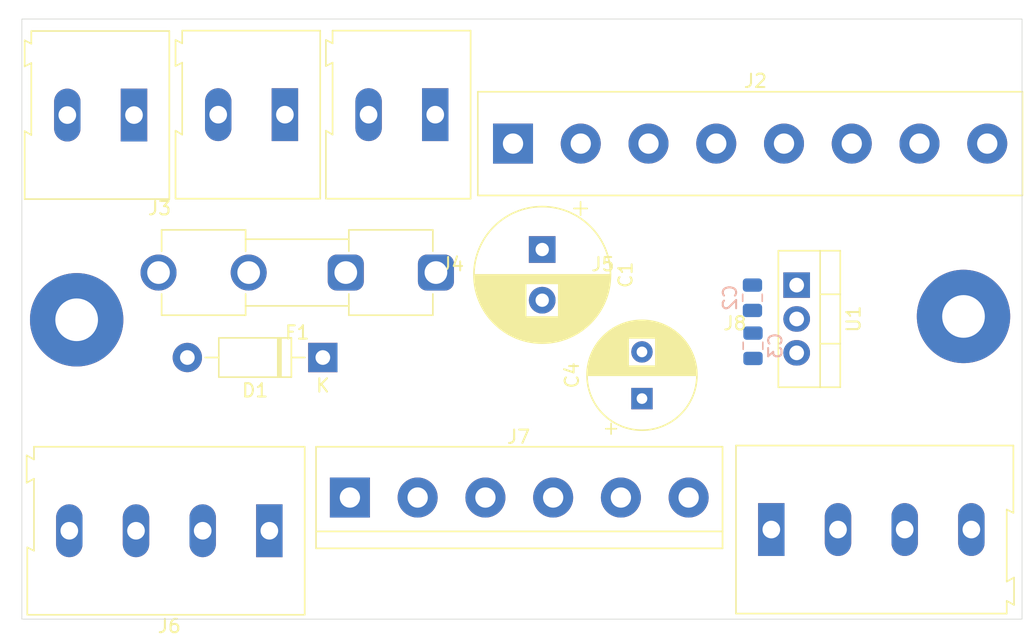
<source format=kicad_pcb>
(kicad_pcb (version 20240108) (generator "pcbnew") (generator_version "8.0")
  (layers (0 "F.Cu" signal) (31 "B.Cu" signal) (34 "B.Paste" user) (35 "F.Paste" user) (36 "B.SilkS" user "B.Silkscreen") (37 "F.SilkS" user "F.Silkscreen") (38 "B.Mask" user) (39 "F.Mask" user) (44 "Edge.Cuts" user))
  (net 0 "")
  (net 1 "GND")
  (net 2 "VDD")
  (net 3 "+12V")
  (net 4 "Net-(D1-A)")
  (net 5 "Net-(J3-Pin_1)")
  (net 6 "OPTICAL_PROBE_RX_B")
  (net 7 "UNUSED_T2")
  (net 8 "OPTICAL_PROBE_TX_A")
  (net 9 "OPTICAL_PROBE_RX_A")
  (net 10 "DIODE_PROBE_TX")
  (net 11 "DIODE_PROBE_RX")
  (net 12 "UNUSED_T1")
  (net 13 "OPTICAL_PROBE_TX_B")
  (footprint "Capacitor_THT:CP_Radial_D10.0mm_P3.80mm" (layer "F.Cu") (at 128.98 36.942323 -90)
    (property "Reference" "C1" (at 1.9 -6.25 90) (layer "F.SilkS"))
    (property "Value" "1000u/35V")
    (fp_line (start 2.58 1.241) (end 2.58 5.035) (stroke (width 0.12)) (layer "F.SilkS"))
    (fp_line (start 2.621 1.241) (end 2.621 5.03) (stroke (width 0.12)) (layer "F.SilkS"))
    (fp_line (start 2.661 1.241) (end 2.661 5.024) (stroke (width 0.12)) (layer "F.SilkS"))
    (fp_line (start 2.701 1.241) (end 2.701 5.018) (stroke (width 0.12)) (layer "F.SilkS"))
    (fp_line (start 2.741 1.241) (end 2.741 5.011) (stroke (width 0.12)) (layer "F.SilkS"))
    (fp_line (start 2.781 1.241) (end 2.781 5.004) (stroke (width 0.12)) (layer "F.SilkS"))
    (fp_line (start 2.821 1.241) (end 2.821 4.997) (stroke (width 0.12)) (layer "F.SilkS"))
    (fp_line (start 2.861 1.241) (end 2.861 4.99) (stroke (width 0.12)) (layer "F.SilkS"))
    (fp_line (start 2.901 1.241) (end 2.901 4.982) (stroke (width 0.12)) (layer "F.SilkS"))
    (fp_line (start 2.941 1.241) (end 2.941 4.974) (stroke (width 0.12)) (layer "F.SilkS"))
    (fp_line (start 2.981 1.241) (end 2.981 4.965) (stroke (width 0.12)) (layer "F.SilkS"))
    (fp_line (start 3.021 1.241) (end 3.021 4.956) (stroke (width 0.12)) (layer "F.SilkS"))
    (fp_line (start 3.061 1.241) (end 3.061 4.947) (stroke (width 0.12)) (layer "F.SilkS"))
    (fp_line (start 3.101 1.241) (end 3.101 4.938) (stroke (width 0.12)) (layer "F.SilkS"))
    (fp_line (start 3.141 1.241) (end 3.141 4.928) (stroke (width 0.12)) (layer "F.SilkS"))
    (fp_line (start 3.181 1.241) (end 3.181 4.918) (stroke (width 0.12)) (layer "F.SilkS"))
    (fp_line (start 3.221 1.241) (end 3.221 4.907) (stroke (width 0.12)) (layer "F.SilkS"))
    (fp_line (start 3.261 1.241) (end 3.261 4.897) (stroke (width 0.12)) (layer "F.SilkS"))
    (fp_line (start 3.301 1.241) (end 3.301 4.885) (stroke (width 0.12)) (layer "F.SilkS"))
    (fp_line (start 3.341 1.241) (end 3.341 4.874) (stroke (width 0.12)) (layer "F.SilkS"))
    (fp_line (start 3.381 1.241) (end 3.381 4.862) (stroke (width 0.12)) (layer "F.SilkS"))
    (fp_line (start 3.421 1.241) (end 3.421 4.85) (stroke (width 0.12)) (layer "F.SilkS"))
    (fp_line (start 3.461 1.241) (end 3.461 4.837) (stroke (width 0.12)) (layer "F.SilkS"))
    (fp_line (start 3.501 1.241) (end 3.501 4.824) (stroke (width 0.12)) (layer "F.SilkS"))
    (fp_line (start 3.541 1.241) (end 3.541 4.811) (stroke (width 0.12)) (layer "F.SilkS"))
    (fp_line (start 3.581 1.241) (end 3.581 4.797) (stroke (width 0.12)) (layer "F.SilkS"))
    (fp_line (start 3.621 1.241) (end 3.621 4.783) (stroke (width 0.12)) (layer "F.SilkS"))
    (fp_line (start 3.661 1.241) (end 3.661 4.768) (stroke (width 0.12)) (layer "F.SilkS"))
    (fp_line (start 3.701 1.241) (end 3.701 4.754) (stroke (width 0.12)) (layer "F.SilkS"))
    (fp_line (start 3.741 1.241) (end 3.741 4.738) (stroke (width 0.12)) (layer "F.SilkS"))
    (fp_line (start 3.781 1.241) (end 3.781 4.723) (stroke (width 0.12)) (layer "F.SilkS"))
    (fp_line (start 3.821 1.241) (end 3.821 4.707) (stroke (width 0.12)) (layer "F.SilkS"))
    (fp_line (start 3.861 1.241) (end 3.861 4.69) (stroke (width 0.12)) (layer "F.SilkS"))
    (fp_line (start 3.901 1.241) (end 3.901 4.674) (stroke (width 0.12)) (layer "F.SilkS"))
    (fp_line (start 3.941 1.241) (end 3.941 4.657) (stroke (width 0.12)) (layer "F.SilkS"))
    (fp_line (start 3.981 1.241) (end 3.981 4.639) (stroke (width 0.12)) (layer "F.SilkS"))
    (fp_line (start 4.021 1.241) (end 4.021 4.621) (stroke (width 0.12)) (layer "F.SilkS"))
    (fp_line (start 4.061 1.241) (end 4.061 4.603) (stroke (width 0.12)) (layer "F.SilkS"))
    (fp_line (start 4.101 1.241) (end 4.101 4.584) (stroke (width 0.12)) (layer "F.SilkS"))
    (fp_line (start 4.141 1.241) (end 4.141 4.564) (stroke (width 0.12)) (layer "F.SilkS"))
    (fp_line (start 4.181 1.241) (end 4.181 4.545) (stroke (width 0.12)) (layer "F.SilkS"))
    (fp_line (start 4.221 1.241) (end 4.221 4.525) (stroke (width 0.12)) (layer "F.SilkS"))
    (fp_line (start 4.261 1.241) (end 4.261 4.504) (stroke (width 0.12)) (layer "F.SilkS"))
    (fp_line (start 4.301 1.241) (end 4.301 4.483) (stroke (width 0.12)) (layer "F.SilkS"))
    (fp_line (start 4.341 1.241) (end 4.341 4.462) (stroke (width 0.12)) (layer "F.SilkS"))
    (fp_line (start 4.381 1.241) (end 4.381 4.44) (stroke (width 0.12)) (layer "F.SilkS"))
    (fp_line (start 4.421 1.241) (end 4.421 4.417) (stroke (width 0.12)) (layer "F.SilkS"))
    (fp_line (start 4.461 1.241) (end 4.461 4.395) (stroke (width 0.12)) (layer "F.SilkS"))
    (fp_line (start 4.501 1.241) (end 4.501 4.371) (stroke (width 0.12)) (layer "F.SilkS"))
    (fp_line (start 4.541 1.241) (end 4.541 4.347) (stroke (width 0.12)) (layer "F.SilkS"))
    (fp_line (start 4.581 1.241) (end 4.581 4.323) (stroke (width 0.12)) (layer "F.SilkS"))
    (fp_line (start 4.621 1.241) (end 4.621 4.298) (stroke (width 0.12)) (layer "F.SilkS"))
    (fp_line (start 4.661 1.241) (end 4.661 4.273) (stroke (width 0.12)) (layer "F.SilkS"))
    (fp_line (start 4.701 1.241) (end 4.701 4.247) (stroke (width 0.12)) (layer "F.SilkS"))
    (fp_line (start 4.741 1.241) (end 4.741 4.221) (stroke (width 0.12)) (layer "F.SilkS"))
    (fp_line (start 4.781 1.241) (end 4.781 4.194) (stroke (width 0.12)) (layer "F.SilkS"))
    (fp_line (start 4.821 1.241) (end 4.821 4.166) (stroke (width 0.12)) (layer "F.SilkS"))
    (fp_line (start 4.861 1.241) (end 4.861 4.138) (stroke (width 0.12)) (layer "F.SilkS"))
    (fp_line (start 4.901 1.241) (end 4.901 4.11) (stroke (width 0.12)) (layer "F.SilkS"))
    (fp_line (start 4.941 1.241) (end 4.941 4.08) (stroke (width 0.12)) (layer "F.SilkS"))
    (fp_line (start 4.981 1.241) (end 4.981 4.05) (stroke (width 0.12)) (layer "F.SilkS"))
    (fp_line (start 5.021 1.241) (end 5.021 4.02) (stroke (width 0.12)) (layer "F.SilkS"))
    (fp_line (start 6.981 -0.599) (end 6.981 0.599) (stroke (width 0.12)) (layer "F.SilkS"))
    (fp_line (start 6.941 -0.862) (end 6.941 0.862) (stroke (width 0.12)) (layer "F.SilkS"))
    (fp_line (start 6.901 -1.062) (end 6.901 1.062) (stroke (width 0.12)) (layer "F.SilkS"))
    (fp_line (start 6.861 -1.23) (end 6.861 1.23) (stroke (width 0.12)) (layer "F.SilkS"))
    (fp_line (start 6.821 -1.378) (end 6.821 1.378) (stroke (width 0.12)) (layer "F.SilkS"))
    (fp_line (start 6.781 -1.51) (end 6.781 1.51) (stroke (width 0.12)) (layer "F.SilkS"))
    (fp_line (start 6.741 -1.63) (end 6.741 1.63) (stroke (width 0.12)) (layer "F.SilkS"))
    (fp_line (start 6.701 -1.742) (end 6.701 1.742) (stroke (width 0.12)) (layer "F.SilkS"))
    (fp_line (start 6.661 -1.846) (end 6.661 1.846) (stroke (width 0.12)) (layer "F.SilkS"))
    (fp_line (start 6.621 -1.944) (end 6.621 1.944) (stroke (width 0.12)) (layer "F.SilkS"))
    (fp_line (start 6.581 -2.037) (end 6.581 2.037) (stroke (width 0.12)) (layer "F.SilkS"))
    (fp_line (start 6.541 -2.125) (end 6.541 2.125) (stroke (width 0.12)) (layer "F.SilkS"))
    (fp_line (start 6.501 -2.209) (end 6.501 2.209) (stroke (width 0.12)) (layer "F.SilkS"))
    (fp_line (start 6.461 -2.289) (end 6.461 2.289) (stroke (width 0.12)) (layer "F.SilkS"))
    (fp_line (start 6.421 -2.365) (end 6.421 2.365) (stroke (width 0.12)) (layer "F.SilkS"))
    (fp_line (start 6.381 -2.439) (end 6.381 2.439) (stroke (width 0.12)) (layer "F.SilkS"))
    (fp_line (start 6.341 -2.51) (end 6.341 2.51) (stroke (width 0.12)) (layer "F.SilkS"))
    (fp_line (start 6.301 -2.579) (end 6.301 2.579) (stroke (width 0.12)) (layer "F.SilkS"))
    (fp_line (start 6.261 -2.645) (end 6.261 2.645) (stroke (width 0.12)) (layer "F.SilkS"))
    (fp_line (start 6.221 -2.709) (end 6.221 2.709) (stroke (width 0.12)) (layer "F.SilkS"))
    (fp_line (start 6.181 -2.77) (end 6.181 2.77) (stroke (width 0.12)) (layer "F.SilkS"))
    (fp_line (start 6.141 -2.83) (end 6.141 2.83) (stroke (width 0.12)) (layer "F.SilkS"))
    (fp_line (start -3.579646 -2.875) (end -2.579646 -2.875) (stroke (width 0.12)) (layer "F.SilkS"))
    (fp_line (start 6.101 -2.889) (end 6.101 2.889) (stroke (width 0.12)) (layer "F.SilkS"))
    (fp_line (start 6.061 -2.945) (end 6.061 2.945) (stroke (width 0.12)) (layer "F.SilkS"))
    (fp_line (start 6.021 -3) (end 6.021 3) (stroke (width 0.12)) (layer "F.SilkS"))
    (fp_line (start 5.981 -3.054) (end 5.981 3.054) (stroke (width 0.12)) (layer "F.SilkS"))
    (fp_line (start 5.941 -3.106) (end 5.941 3.106) (stroke (width 0.12)) (layer "F.SilkS"))
    (fp_line (start 5.901 -3.156) (end 5.901 3.156) (stroke (width 0.12)) (layer "F.SilkS"))
    (fp_line (start 5.861 -3.206) (end 5.861 3.206) (stroke (width 0.12)) (layer "F.SilkS"))
    (fp_line (start 5.821 -3.254) (end 5.821 3.254) (stroke (width 0.12)) (layer "F.SilkS"))
    (fp_line (start 5.781 -3.301) (end 5.781 3.301) (stroke (width 0.12)) (layer "F.SilkS"))
    (fp_line (start 5.741 -3.347) (end 5.741 3.347) (stroke (width 0.12)) (layer "F.SilkS"))
    (fp_line (start -3.079646 -3.375) (end -3.079646 -2.375) (stroke (width 0.12)) (layer "F.SilkS"))
    (fp_line (start 5.701 -3.392) (end 5.701 3.392) (stroke (width 0.12)) (layer "F.SilkS"))
    (fp_line (start 5.661 -3.436) (end 5.661 3.436) (stroke (width 0.12)) (layer "F.SilkS"))
    (fp_line (start 5.621 -3.478) (end 5.621 3.478) (stroke (width 0.12)) (layer "F.SilkS"))
    (fp_line (start 5.581 -3.52) (end 5.581 3.52) (stroke (width 0.12)) (layer "F.SilkS"))
    (fp_line (start 5.541 -3.561) (end 5.541 3.561) (stroke (width 0.12)) (layer "F.SilkS"))
    (fp_line (start 5.501 -3.601) (end 5.501 3.601) (stroke (width 0.12)) (layer "F.SilkS"))
    (fp_line (start 5.461 -3.64) (end 5.461 3.64) (stroke (width 0.12)) (layer "F.SilkS"))
    (fp_line (start 5.421 -3.679) (end 5.421 3.679) (stroke (width 0.12)) (layer "F.SilkS"))
    (fp_line (start 5.381 -3.716) (end 5.381 3.716) (stroke (width 0.12)) (layer "F.SilkS"))
    (fp_line (start 5.341 -3.753) (end 5.341 3.753) (stroke (width 0.12)) (layer "F.SilkS"))
    (fp_line (start 5.301 -3.789) (end 5.301 3.789) (stroke (width 0.12)) (layer "F.SilkS"))
    (fp_line (start 5.261 -3.824) (end 5.261 3.824) (stroke (width 0.12)) (layer "F.SilkS"))
    (fp_line (start 5.221 -3.858) (end 5.221 3.858) (stroke (width 0.12)) (layer "F.SilkS"))
    (fp_line (start 5.181 -3.892) (end 5.181 3.892) (stroke (width 0.12)) (layer "F.SilkS"))
    (fp_line (start 5.141 -3.925) (end 5.141 3.925) (stroke (width 0.12)) (layer "F.SilkS"))
    (fp_line (start 5.101 -3.957) (end 5.101 3.957) (stroke (width 0.12)) (layer "F.SilkS"))
    (fp_line (start 5.061 -3.989) (end 5.061 3.989) (stroke (width 0.12)) (layer "F.SilkS"))
    (fp_line (start 5.021 -4.02) (end 5.021 -1.241) (stroke (width 0.12)) (layer "F.SilkS"))
    (fp_line (start 4.981 -4.05) (end 4.981 -1.241) (stroke (width 0.12)) (layer "F.SilkS"))
    (fp_line (start 4.941 -4.08) (end 4.941 -1.241) (stroke (width 0.12)) (layer "F.SilkS"))
    (fp_line (start 4.901 -4.11) (end 4.901 -1.241) (stroke (width 0.12)) (layer "F.SilkS"))
    (fp_line (start 4.861 -4.138) (end 4.861 -1.241) (stroke (width 0.12)) (layer "F.SilkS"))
    (fp_line (start 4.821 -4.166) (end 4.821 -1.241) (stroke (width 0.12)) (layer "F.SilkS"))
    (fp_line (start 4.781 -4.194) (end 4.781 -1.241) (stroke (width 0.12)) (layer "F.SilkS"))
    (fp_line (start 4.741 -4.221) (end 4.741 -1.241) (stroke (width 0.12)) (layer "F.SilkS"))
    (fp_line (start 4.701 -4.247) (end 4.701 -1.241) (stroke (width 0.12)) (layer "F.SilkS"))
    (fp_line (start 4.661 -4.273) (end 4.661 -1.241) (stroke (width 0.12)) (layer "F.SilkS"))
    (fp_line (start 4.621 -4.298) (end 4.621 -1.241) (stroke (width 0.12)) (layer "F.SilkS"))
    (fp_line (start 4.581 -4.323) (end 4.581 -1.241) (stroke (width 0.12)) (layer "F.SilkS"))
    (fp_line (start 4.541 -4.347) (end 4.541 -1.241) (stroke (width 0.12)) (layer "F.SilkS"))
    (fp_line (start 4.501 -4.371) (end 4.501 -1.241) (stroke (width 0.12)) (layer "F.SilkS"))
    (fp_line (start 4.461 -4.395) (end 4.461 -1.241) (stroke (width 0.12)) (layer "F.SilkS"))
    (fp_line (start 4.421 -4.417) (end 4.421 -1.241) (stroke (width 0.12)) (layer "F.SilkS"))
    (fp_line (start 4.381 -4.44) (end 4.381 -1.241) (stroke (width 0.12)) (layer "F.SilkS"))
    (fp_line (start 4.341 -4.462) (end 4.341 -1.241) (stroke (width 0.12)) (layer "F.SilkS"))
    (fp_line (start 4.301 -4.483) (end 4.301 -1.241) (stroke (width 0.12)) (layer "F.SilkS"))
    (fp_line (start 4.261 -4.504) (end 4.261 -1.241) (stroke (width 0.12)) (layer "F.SilkS"))
    (fp_line (start 4.221 -4.525) (end 4.221 -1.241) (stroke (width 0.12)) (layer "F.SilkS"))
    (fp_line (start 4.181 -4.545) (end 4.181 -1.241) (stroke (width 0.12)) (layer "F.SilkS"))
    (fp_line (start 4.141 -4.564) (end 4.141 -1.241) (stroke (width 0.12)) (layer "F.SilkS"))
    (fp_line (start 4.101 -4.584) (end 4.101 -1.241) (stroke (width 0.12)) (layer "F.SilkS"))
    (fp_line (start 4.061 -4.603) (end 4.061 -1.241) (stroke (width 0.12)) (layer "F.SilkS"))
    (fp_line (start 4.021 -4.621) (end 4.021 -1.241) (stroke (width 0.12)) (layer "F.SilkS"))
    (fp_line (start 3.981 -4.639) (end 3.981 -1.241) (stroke (width 0.12)) (layer "F.SilkS"))
    (fp_line (start 3.941 -4.657) (end 3.941 -1.241) (stroke (width 0.12)) (layer "F.SilkS"))
    (fp_line (start 3.901 -4.674) (end 3.901 -1.241) (stroke (width 0.12)) (layer "F.SilkS"))
    (fp_line (start 3.861 -4.69) (end 3.861 -1.241) (stroke (width 0.12)) (layer "F.SilkS"))
    (fp_line (start 3.821 -4.707) (end 3.821 -1.241) (stroke (width 0.12)) (layer "F.SilkS"))
    (fp_line (start 3.781 -4.723) (end 3.781 -1.241) (stroke (width 0.12)) (layer "F.SilkS"))
    (fp_line (start 3.741 -4.738) (end 3.741 -1.241) (stroke (width 0.12)) (layer "F.SilkS"))
    (fp_line (start 3.701 -4.754) (end 3.701 -1.241) (stroke (width 0.12)) (layer "F.SilkS"))
    (fp_line (start 3.661 -4.768) (end 3.661 -1.241) (stroke (width 0.12)) (layer "F.SilkS"))
    (fp_line (start 3.621 -4.783) (end 3.621 -1.241) (stroke (width 0.12)) (layer "F.SilkS"))
    (fp_line (start 3.581 -4.797) (end 3.581 -1.241) (stroke (width 0.12)) (layer "F.SilkS"))
    (fp_line (start 3.541 -4.811) (end 3.541 -1.241) (stroke (width 0.12)) (layer "F.SilkS"))
    (fp_line (start 3.501 -4.824) (end 3.501 -1.241) (stroke (width 0.12)) (layer "F.SilkS"))
    (fp_line (start 3.461 -4.837) (end 3.461 -1.241) (stroke (width 0.12)) (layer "F.SilkS"))
    (fp_line (start 3.421 -4.85) (end 3.421 -1.241) (stroke (width 0.12)) (layer "F.SilkS"))
    (fp_line (start 3.381 -4.862) (end 3.381 -1.241) (stroke (width 0.12)) (layer "F.SilkS"))
    (fp_line (start 3.341 -4.874) (end 3.341 -1.241) (stroke (width 0.12)) (layer "F.SilkS"))
    (fp_line (start 3.301 -4.885) (end 3.301 -1.241) (stroke (width 0.12)) (layer "F.SilkS"))
    (fp_line (start 3.261 -4.897) (end 3.261 -1.241) (stroke (width 0.12)) (layer "F.SilkS"))
    (fp_line (start 3.221 -4.907) (end 3.221 -1.241) (stroke (width 0.12)) (layer "F.SilkS"))
    (fp_line (start 3.181 -4.918) (end 3.181 -1.241) (stroke (width 0.12)) (layer "F.SilkS"))
    (fp_line (start 3.141 -4.928) (end 3.141 -1.241) (stroke (width 0.12)) (layer "F.SilkS"))
    (fp_line (start 3.101 -4.938) (end 3.101 -1.241) (stroke (width 0.12)) (layer "F.SilkS"))
    (fp_line (start 3.061 -4.947) (end 3.061 -1.241) (stroke (width 0.12)) (layer "F.SilkS"))
    (fp_line (start 3.021 -4.956) (end 3.021 -1.241) (stroke (width 0.12)) (layer "F.SilkS"))
    (fp_line (start 2.981 -4.965) (end 2.981 -1.241) (stroke (width 0.12)) (layer "F.SilkS"))
    (fp_line (start 2.941 -4.974) (end 2.941 -1.241) (stroke (width 0.12)) (layer "F.SilkS"))
    (fp_line (start 2.901 -4.982) (end 2.901 -1.241) (stroke (width 0.12)) (layer "F.SilkS"))
    (fp_line (start 2.861 -4.99) (end 2.861 -1.241) (stroke (width 0.12)) (layer "F.SilkS"))
    (fp_line (start 2.821 -4.997) (end 2.821 -1.241) (stroke (width 0.12)) (layer "F.SilkS"))
    (fp_line (start 2.781 -5.004) (end 2.781 -1.241) (stroke (width 0.12)) (layer "F.SilkS"))
    (fp_line (start 2.741 -5.011) (end 2.741 -1.241) (stroke (width 0.12)) (layer "F.SilkS"))
    (fp_line (start 2.701 -5.018) (end 2.701 -1.241) (stroke (width 0.12)) (layer "F.SilkS"))
    (fp_line (start 2.661 -5.024) (end 2.661 -1.241) (stroke (width 0.12)) (layer "F.SilkS"))
    (fp_line (start 2.621 -5.03) (end 2.621 -1.241) (stroke (width 0.12)) (layer "F.SilkS"))
    (fp_line (start 2.58 -5.035) (end 2.58 -1.241) (stroke (width 0.12)) (layer "F.SilkS"))
    (fp_line (start 2.54 -5.04) (end 2.54 5.04) (stroke (width 0.12)) (layer "F.SilkS"))
    (fp_line (start 2.5 -5.045) (end 2.5 5.045) (stroke (width 0.12)) (layer "F.SilkS"))
    (fp_line (start 2.46 -5.05) (end 2.46 5.05) (stroke (width 0.12)) (layer "F.SilkS"))
    (fp_line (start 2.42 -5.054) (end 2.42 5.054) (stroke (width 0.12)) (layer "F.SilkS"))
    (fp_line (start 2.38 -5.058) (end 2.38 5.058) (stroke (width 0.12)) (layer "F.SilkS"))
    (fp_line (start 2.34 -5.062) (end 2.34 5.062) (stroke (width 0.12)) (layer "F.SilkS"))
    (fp_line (start 2.3 -5.065) (end 2.3 5.065) (stroke (width 0.12)) (layer "F.SilkS"))
    (fp_line (start 2.26 -5.068) (end 2.26 5.068) (stroke (width 0.12)) (layer "F.SilkS"))
    (fp_line (start 2.22 -5.07) (end 2.22 5.07) (stroke (width 0.12)) (layer "F.SilkS"))
    (fp_line (start 2.18 -5.073) (end 2.18 5.073) (stroke (width 0.12)) (layer "F.SilkS"))
    (fp_line (start 2.14 -5.075) (end 2.14 5.075) (stroke (width 0.12)) (layer "F.SilkS"))
    (fp_line (start 2.1 -5.077) (end 2.1 5.077) (stroke (width 0.12)) (layer "F.SilkS"))
    (fp_line (start 2.06 -5.078) (end 2.06 5.078) (stroke (width 0.12)) (layer "F.SilkS"))
    (fp_line (start 2.02 -5.079) (end 2.02 5.079) (stroke (width 0.12)) (layer "F.SilkS"))
    (fp_line (start 1.9 -5.08) (end 1.9 5.08) (stroke (width 0.12)) (layer "F.SilkS"))
    (fp_line (start 1.94 -5.08) (end 1.94 5.08) (stroke (width 0.12)) (layer "F.SilkS"))
    (fp_line (start 1.98 -5.08) (end 1.98 5.08) (stroke (width 0.12)) (layer "F.SilkS"))
    (fp_circle (center 1.9 0) (end 7.02 0) (stroke (width 0.12)) (fill none) (layer "F.SilkS"))
    (pad "1" thru_hole rect (at 0 0 270) (size 2 2) (drill 1) (layers "*.Cu" "*.Mask") (net 2 "VDD"))
    (pad "2" thru_hole circle (at 3.8 0 270) (size 2 2) (drill 1) (layers "*.Cu" "*.Mask") (net 1 "GND"))
  )
  (footprint "Package_TO_SOT_THT:TO-220-3_Vertical" (layer "F.Cu") (at 148.06 39.61 -90)
    (property "Reference" "U1" (at 2.54 -4.27 90) (layer "F.SilkS"))
    (property "Value" "L7812")
    (fp_line (start -2.58 1.371) (end 7.66 1.371) (stroke (width 0.12)) (layer "F.SilkS"))
    (fp_line (start -2.58 -1.76) (end 7.66 -1.76) (stroke (width 0.12)) (layer "F.SilkS"))
    (fp_line (start -2.58 -3.27) (end -2.58 1.371) (stroke (width 0.12)) (layer "F.SilkS"))
    (fp_line (start -2.58 -3.27) (end 7.66 -3.27) (stroke (width 0.12)) (layer "F.SilkS"))
    (fp_line (start 0.69 -3.27) (end 0.69 -1.76) (stroke (width 0.12)) (layer "F.SilkS"))
    (fp_line (start 4.391 -3.27) (end 4.391 -1.76) (stroke (width 0.12)) (layer "F.SilkS"))
    (fp_line (start 7.66 -3.27) (end 7.66 1.371) (stroke (width 0.12)) (layer "F.SilkS"))
    (pad "1" thru_hole rect (at 0 0 270) (size 1.905 2) (drill 1.1) (layers "*.Cu" "*.Mask") (net 2 "VDD"))
    (pad "2" thru_hole oval (at 2.54 0 270) (size 1.905 2) (drill 1.1) (layers "*.Cu" "*.Mask") (net 1 "GND"))
    (pad "3" thru_hole oval (at 5.08 0 270) (size 1.905 2) (drill 1.1) (layers "*.Cu" "*.Mask") (net 3 "+12V"))
  )
  (footprint "Fuse:Fuseholder_Clip-5x20mm_Eaton_1A5601-01_Inline_P20.80x6.76mm_D1.70mm_Horizontal" (layer "F.Cu") (at 121.01 38.67 180)
    (property "Reference" "F1" (at 10.4 -4.5 180) (layer "F.SilkS"))
    (property "Value" "Fuse")
    (fp_line (start 20.57 1.6) (end 20.57 3.2) (stroke (width 0.12)) (layer "F.SilkS"))
    (fp_line (start 20.57 -1.6) (end 20.57 -3.2) (stroke (width 0.12)) (layer "F.SilkS"))
    (fp_line (start 20.57 -3.2) (end 14.27 -3.2) (stroke (width 0.12)) (layer "F.SilkS"))
    (fp_line (start 14.27 3.2) (end 20.57 3.2) (stroke (width 0.12)) (layer "F.SilkS"))
    (fp_line (start 14.27 3.2) (end 14.27 1.6) (stroke (width 0.12)) (layer "F.SilkS"))
    (fp_line (start 14.27 2.5) (end 6.53 2.5) (stroke (width 0.12)) (layer "F.SilkS"))
    (fp_line (start 14.27 -2.5) (end 6.53 -2.5) (stroke (width 0.12)) (layer "F.SilkS"))
    (fp_line (start 14.27 -3.2) (end 14.27 -1.6) (stroke (width 0.12)) (layer "F.SilkS"))
    (fp_line (start 6.53 3.2) (end 6.53 1.6) (stroke (width 0.12)) (layer "F.SilkS"))
    (fp_line (start 6.53 3.2) (end 0.23 3.2) (stroke (width 0.12)) (layer "F.SilkS"))
    (fp_line (start 6.53 -3.2) (end 6.53 -1.6) (stroke (width 0.12)) (layer "F.SilkS"))
    (fp_line (start 6.53 -3.2) (end 0.23 -3.2) (stroke (width 0.12)) (layer "F.SilkS"))
    (fp_line (start 0.23 3.2) (end 0.23 1.6) (stroke (width 0.12)) (layer "F.SilkS"))
    (fp_line (start 0.23 -3.2) (end 0.23 -1.6) (stroke (width 0.12)) (layer "F.SilkS"))
    (pad "1" thru_hole roundrect (at 0 0 180) (size 2.7 2.7) (drill 1.7) (layers "*.Cu" "*.Mask") (net 4 "Net-(D1-A)"))
    (pad "1" thru_hole roundrect (at 6.76 0 180) (size 2.7 2.7) (drill 1.7) (layers "*.Cu" "*.Mask") (net 4 "Net-(D1-A)"))
    (pad "2" thru_hole circle (at 14.04 0 180) (size 2.7 2.7) (drill 1.7) (layers "*.Cu" "*.Mask") (net 5 "Net-(J3-Pin_1)"))
    (pad "2" thru_hole circle (at 20.8 0 180) (size 2.7 2.7) (drill 1.7) (layers "*.Cu" "*.Mask") (net 5 "Net-(J3-Pin_1)"))
  )
  (footprint "TerminalBlock:TerminalBlock_bornier-6_P5.08mm" (layer "F.Cu") (at 114.56 55.54)
    (property "Reference" "J7" (at 12.65 -4.55 0) (layer "F.SilkS"))
    (property "Value" "OPTICAL_PROBE")
    (fp_line (start -2.54 -3.81) (end -2.54 3.81) (stroke (width 0.12)) (layer "F.SilkS"))
    (fp_line (start -2.54 -3.81) (end 27.94 -3.81) (stroke (width 0.12)) (layer "F.SilkS"))
    (fp_line (start -2.54 2.54) (end 27.94 2.54) (stroke (width 0.12)) (layer "F.SilkS"))
    (fp_line (start -2.54 3.81) (end 27.94 3.81) (stroke (width 0.12)) (layer "F.SilkS"))
    (fp_line (start 27.94 3.81) (end 27.94 -3.81) (stroke (width 0.12)) (layer "F.SilkS"))
    (pad "1" thru_hole rect (at 0 0) (size 3 3) (drill 1.52) (layers "*.Cu" "*.Mask") (net 3 "+12V"))
    (pad "2" thru_hole circle (at 5.08 0) (size 3 3) (drill 1.52) (layers "*.Cu" "*.Mask") (net 1 "GND"))
    (pad "3" thru_hole circle (at 10.16 0) (size 3 3) (drill 1.52) (layers "*.Cu" "*.Mask") (net 8 "OPTICAL_PROBE_TX_A"))
    (pad "4" thru_hole circle (at 15.24 0) (size 3 3) (drill 1.52) (layers "*.Cu" "*.Mask") (net 13 "OPTICAL_PROBE_TX_B"))
    (pad "5" thru_hole circle (at 20.32 0) (size 3 3) (drill 1.52) (layers "*.Cu" "*.Mask") (net 9 "OPTICAL_PROBE_RX_A"))
    (pad "6" thru_hole circle (at 25.4 0) (size 3 3) (drill 1.52) (layers "*.Cu" "*.Mask") (net 6 "OPTICAL_PROBE_RX_B"))
  )
  (footprint "TerminalBlock:TerminalBlock_Altech_AK300-2_P5.00mm" (layer "F.Cu") (at 98.37 26.86 180)
    (property "Reference" "J3" (at -1.92 -6.99 180) (layer "F.SilkS"))
    (property "Value" "DC_POWER_SUPPLY")
    (fp_line (start 8.2 5.6) (end 8.2 3.7) (stroke (width 0.12)) (layer "F.SilkS"))
    (fp_line (start 8.2 3.7) (end 8.2 3.65) (stroke (width 0.12)) (layer "F.SilkS"))
    (fp_line (start 8.2 3.65) (end 7.7 3.9) (stroke (width 0.12)) (layer "F.SilkS"))
    (fp_line (start 8.2 -1.2) (end 8.2 -6.3) (stroke (width 0.12)) (layer "F.SilkS"))
    (fp_line (start 8.2 -6.3) (end -2.65 -6.3) (stroke (width 0.12)) (layer "F.SilkS"))
    (fp_line (start 7.7 6.3) (end 7.7 5.35) (stroke (width 0.12)) (layer "F.SilkS"))
    (fp_line (start 7.7 5.35) (end 8.2 5.6) (stroke (width 0.12)) (layer "F.SilkS"))
    (fp_line (start 7.7 3.9) (end 7.7 -1.5) (stroke (width 0.12)) (layer "F.SilkS"))
    (fp_line (start 7.7 -1.5) (end 8.2 -1.2) (stroke (width 0.12)) (layer "F.SilkS"))
    (fp_line (start -2.65 6.3) (end 7.7 6.3) (stroke (width 0.12)) (layer "F.SilkS"))
    (fp_line (start -2.65 -6.3) (end -2.65 6.3) (stroke (width 0.12)) (layer "F.SilkS"))
    (pad "1" thru_hole rect (at 0 0 180) (size 1.98 3.96) (drill 1.32) (layers "*.Cu" "*.Mask") (net 5 "Net-(J3-Pin_1)"))
    (pad "2" thru_hole oval (at 5 0 180) (size 1.98 3.96) (drill 1.32) (layers "*.Cu" "*.Mask") (net 1 "GND"))
  )
  (footprint "Diode_THT:D_DO-41_SOD81_P10.16mm_Horizontal" (layer "F.Cu") (at 112.53 45.04 180)
    (property "Reference" "D1" (at 5.08 -2.47 180) (layer "F.SilkS"))
    (property "Value" "1N4007")
    (fp_line (start 8.82 0) (end 7.8 0) (stroke (width 0.12)) (layer "F.SilkS"))
    (fp_line (start 7.8 1.47) (end 7.8 -1.47) (stroke (width 0.12)) (layer "F.SilkS"))
    (fp_line (start 7.8 -1.47) (end 2.36 -1.47) (stroke (width 0.12)) (layer "F.SilkS"))
    (fp_line (start 3.38 -1.47) (end 3.38 1.47) (stroke (width 0.12)) (layer "F.SilkS"))
    (fp_line (start 3.26 -1.47) (end 3.26 1.47) (stroke (width 0.12)) (layer "F.SilkS"))
    (fp_line (start 3.14 -1.47) (end 3.14 1.47) (stroke (width 0.12)) (layer "F.SilkS"))
    (fp_line (start 2.36 1.47) (end 7.8 1.47) (stroke (width 0.12)) (layer "F.SilkS"))
    (fp_line (start 2.36 -1.47) (end 2.36 1.47) (stroke (width 0.12)) (layer "F.SilkS"))
    (fp_line (start 1.34 0) (end 2.36 0) (stroke (width 0.12)) (layer "F.SilkS"))
    (fp_text user "K" (at 0 -2.1 180) (layer "F.SilkS"))
    (pad "1" thru_hole rect (at 0 0 180) (size 2.2 2.2) (drill 1.1) (layers "*.Cu" "*.Mask") (net 2 "VDD"))
    (pad "2" thru_hole oval (at 10.16 0 180) (size 2.2 2.2) (drill 1.1) (layers "*.Cu" "*.Mask") (net 4 "Net-(D1-A)"))
  )
  (footprint "Capacitor_THT:CP_Radial_D8.0mm_P3.50mm" (layer "F.Cu") (at 136.46 48.12 90)
    (property "Reference" "C4" (at 1.75 -5.25 270) (layer "F.SilkS"))
    (property "Value" "100u/16V")
    (fp_line (start 1.83 -4.08) (end 1.83 4.08) (stroke (width 0.12)) (layer "F.SilkS"))
    (fp_line (start 1.79 -4.08) (end 1.79 4.08) (stroke (width 0.12)) (layer "F.SilkS"))
    (fp_line (start 1.75 -4.08) (end 1.75 4.08) (stroke (width 0.12)) (layer "F.SilkS"))
    (fp_line (start 1.87 -4.079) (end 1.87 4.079) (stroke (width 0.12)) (layer "F.SilkS"))
    (fp_line (start 1.91 -4.077) (end 1.91 4.077) (stroke (width 0.12)) (layer "F.SilkS"))
    (fp_line (start 1.95 -4.076) (end 1.95 4.076) (stroke (width 0.12)) (layer "F.SilkS"))
    (fp_line (start 1.99 -4.074) (end 1.99 4.074) (stroke (width 0.12)) (layer "F.SilkS"))
    (fp_line (start 2.03 -4.071) (end 2.03 4.071) (stroke (width 0.12)) (layer "F.SilkS"))
    (fp_line (start 2.07 -4.068) (end 2.07 4.068) (stroke (width 0.12)) (layer "F.SilkS"))
    (fp_line (start 2.11 -4.065) (end 2.11 4.065) (stroke (width 0.12)) (layer "F.SilkS"))
    (fp_line (start 2.15 -4.061) (end 2.15 4.061) (stroke (width 0.12)) (layer "F.SilkS"))
    (fp_line (start 2.19 -4.057) (end 2.19 4.057) (stroke (width 0.12)) (layer "F.SilkS"))
    (fp_line (start 2.23 -4.052) (end 2.23 4.052) (stroke (width 0.12)) (layer "F.SilkS"))
    (fp_line (start 2.27 -4.048) (end 2.27 4.048) (stroke (width 0.12)) (layer "F.SilkS"))
    (fp_line (start 2.31 -4.042) (end 2.31 4.042) (stroke (width 0.12)) (layer "F.SilkS"))
    (fp_line (start 2.35 -4.037) (end 2.35 4.037) (stroke (width 0.12)) (layer "F.SilkS"))
    (fp_line (start 2.39 -4.03) (end 2.39 4.03) (stroke (width 0.12)) (layer "F.SilkS"))
    (fp_line (start 2.43 -4.024) (end 2.43 4.024) (stroke (width 0.12)) (layer "F.SilkS"))
    (fp_line (start 2.471 -4.017) (end 2.471 -1.04) (stroke (width 0.12)) (layer "F.SilkS"))
    (fp_line (start 2.511 -4.01) (end 2.511 -1.04) (stroke (width 0.12)) (layer "F.SilkS"))
    (fp_line (start 2.551 -4.002) (end 2.551 -1.04) (stroke (width 0.12)) (layer "F.SilkS"))
    (fp_line (start 2.591 -3.994) (end 2.591 -1.04) (stroke (width 0.12)) (layer "F.SilkS"))
    (fp_line (start 2.631 -3.985) (end 2.631 -1.04) (stroke (width 0.12)) (layer "F.SilkS"))
    (fp_line (start 2.671 -3.976) (end 2.671 -1.04) (stroke (width 0.12)) (layer "F.SilkS"))
    (fp_line (start 2.711 -3.967) (end 2.711 -1.04) (stroke (width 0.12)) (layer "F.SilkS"))
    (fp_line (start 2.751 -3.957) (end 2.751 -1.04) (stroke (width 0.12)) (layer "F.SilkS"))
    (fp_line (start 2.791 -3.947) (end 2.791 -1.04) (stroke (width 0.12)) (layer "F.SilkS"))
    (fp_line (start 2.831 -3.936) (end 2.831 -1.04) (stroke (width 0.12)) (layer "F.SilkS"))
    (fp_line (start 2.871 -3.925) (end 2.871 -1.04) (stroke (width 0.12)) (layer "F.SilkS"))
    (fp_line (start 2.911 -3.914) (end 2.911 -1.04) (stroke (width 0.12)) (layer "F.SilkS"))
    (fp_line (start 2.951 -3.902) (end 2.951 -1.04) (stroke (width 0.12)) (layer "F.SilkS"))
    (fp_line (start 2.991 -3.889) (end 2.991 -1.04) (stroke (width 0.12)) (layer "F.SilkS"))
    (fp_line (start 3.031 -3.877) (end 3.031 -1.04) (stroke (width 0.12)) (layer "F.SilkS"))
    (fp_line (start 3.071 -3.863) (end 3.071 -1.04) (stroke (width 0.12)) (layer "F.SilkS"))
    (fp_line (start 3.111 -3.85) (end 3.111 -1.04) (stroke (width 0.12)) (layer "F.SilkS"))
    (fp_line (start 3.151 -3.835) (end 3.151 -1.04) (stroke (width 0.12)) (layer "F.SilkS"))
    (fp_line (start 3.191 -3.821) (end 3.191 -1.04) (stroke (width 0.12)) (layer "F.SilkS"))
    (fp_line (start 3.231 -3.805) (end 3.231 -1.04) (stroke (width 0.12)) (layer "F.SilkS"))
    (fp_line (start 3.271 -3.79) (end 3.271 -1.04) (stroke (width 0.12)) (layer "F.SilkS"))
    (fp_line (start 3.311 -3.774) (end 3.311 -1.04) (stroke (width 0.12)) (layer "F.SilkS"))
    (fp_line (start 3.351 -3.757) (end 3.351 -1.04) (stroke (width 0.12)) (layer "F.SilkS"))
    (fp_line (start 3.391 -3.74) (end 3.391 -1.04) (stroke (width 0.12)) (layer "F.SilkS"))
    (fp_line (start 3.431 -3.722) (end 3.431 -1.04) (stroke (width 0.12)) (layer "F.SilkS"))
    (fp_line (start 3.471 -3.704) (end 3.471 -1.04) (stroke (width 0.12)) (layer "F.SilkS"))
    (fp_line (start 3.511 -3.686) (end 3.511 -1.04) (stroke (width 0.12)) (layer "F.SilkS"))
    (fp_line (start 3.551 -3.666) (end 3.551 -1.04) (stroke (width 0.12)) (layer "F.SilkS"))
    (fp_line (start 3.591 -3.647) (end 3.591 -1.04) (stroke (width 0.12)) (layer "F.SilkS"))
    (fp_line (start 3.631 -3.627) (end 3.631 -1.04) (stroke (width 0.12)) (layer "F.SilkS"))
    (fp_line (start 3.671 -3.606) (end 3.671 -1.04) (stroke (width 0.12)) (layer "F.SilkS"))
    (fp_line (start 3.711 -3.584) (end 3.711 -1.04) (stroke (width 0.12)) (layer "F.SilkS"))
    (fp_line (start 3.751 -3.562) (end 3.751 -1.04) (stroke (width 0.12)) (layer "F.SilkS"))
    (fp_line (start 3.791 -3.54) (end 3.791 -1.04) (stroke (width 0.12)) (layer "F.SilkS"))
    (fp_line (start 3.831 -3.517) (end 3.831 -1.04) (stroke (width 0.12)) (layer "F.SilkS"))
    (fp_line (start 3.871 -3.493) (end 3.871 -1.04) (stroke (width 0.12)) (layer "F.SilkS"))
    (fp_line (start 3.911 -3.469) (end 3.911 -1.04) (stroke (width 0.12)) (layer "F.SilkS"))
    (fp_line (start 3.951 -3.444) (end 3.951 -1.04) (stroke (width 0.12)) (layer "F.SilkS"))
    (fp_line (start 3.991 -3.418) (end 3.991 -1.04) (stroke (width 0.12)) (layer "F.SilkS"))
    (fp_line (start 4.031 -3.392) (end 4.031 -1.04) (stroke (width 0.12)) (layer "F.SilkS"))
    (fp_line (start 4.071 -3.365) (end 4.071 -1.04) (stroke (width 0.12)) (layer "F.SilkS"))
    (fp_line (start 4.111 -3.338) (end 4.111 -1.04) (stroke (width 0.12)) (layer "F.SilkS"))
    (fp_line (start 4.151 -3.309) (end 4.151 -1.04) (stroke (width 0.12)) (layer "F.SilkS"))
    (fp_line (start 4.191 -3.28) (end 4.191 -1.04) (stroke (width 0.12)) (layer "F.SilkS"))
    (fp_line (start 4.231 -3.25) (end 4.231 -1.04) (stroke (width 0.12)) (layer "F.SilkS"))
    (fp_line (start 4.271 -3.22) (end 4.271 -1.04) (stroke (width 0.12)) (layer "F.SilkS"))
    (fp_line (start 4.311 -3.189) (end 4.311 -1.04) (stroke (width 0.12)) (layer "F.SilkS"))
    (fp_line (start 4.351 -3.156) (end 4.351 -1.04) (stroke (width 0.12)) (layer "F.SilkS"))
    (fp_line (start 4.391 -3.124) (end 4.391 -1.04) (stroke (width 0.12)) (layer "F.SilkS"))
    (fp_line (start 4.431 -3.09) (end 4.431 -1.04) (stroke (width 0.12)) (layer "F.SilkS"))
    (fp_line (start 4.471 -3.055) (end 4.471 -1.04) (stroke (width 0.12)) (layer "F.SilkS"))
    (fp_line (start 4.511 -3.019) (end 4.511 -1.04) (stroke (width 0.12)) (layer "F.SilkS"))
    (fp_line (start 4.551 -2.983) (end 4.551 2.983) (stroke (width 0.12)) (layer "F.SilkS"))
    (fp_line (start 4.591 -2.945) (end 4.591 2.945) (stroke (width 0.12)) (layer "F.SilkS"))
    (fp_line (start 4.631 -2.907) (end 4.631 2.907) (stroke (width 0.12)) (layer "F.SilkS"))
    (fp_line (start 4.671 -2.867) (end 4.671 2.867) (stroke (width 0.12)) (layer "F.SilkS"))
    (fp_line (start 4.711 -2.826) (end 4.711 2.826) (stroke (width 0.12)) (layer "F.SilkS"))
    (fp_line (start 4.751 -2.784) (end 4.751 2.784) (stroke (width 0.12)) (layer "F.SilkS"))
    (fp_line (start 4.791 -2.741) (end 4.791 2.741) (stroke (width 0.12)) (layer "F.SilkS"))
    (fp_line (start -2.259698 -2.715) (end -2.259698 -1.915) (stroke (width 0.12)) (layer "F.SilkS"))
    (fp_line (start 4.831 -2.697) (end 4.831 2.697) (stroke (width 0.12)) (layer "F.SilkS"))
    (fp_line (start 4.871 -2.651) (end 4.871 2.651) (stroke (width 0.12)) (layer "F.SilkS"))
    (fp_line (start 4.911 -2.604) (end 4.911 2.604) (stroke (width 0.12)) (layer "F.SilkS"))
    (fp_line (start 4.951 -2.556) (end 4.951 2.556) (stroke (width 0.12)) (layer "F.SilkS"))
    (fp_line (start 4.991 -2.505) (end 4.991 2.505) (stroke (width 0.12)) (layer "F.SilkS"))
    (fp_line (start 5.031 -2.454) (end 5.031 2.454) (stroke (width 0.12)) (layer "F.SilkS"))
    (fp_line (start 5.071 -2.4) (end 5.071 2.4) (stroke (width 0.12)) (layer "F.SilkS"))
    (fp_line (start 5.111 -2.345) (end 5.111 2.345) (stroke (width 0.12)) (layer "F.SilkS"))
    (fp_line (start -2.659698 -2.315) (end -1.859698 -2.315) (stroke (width 0.12)) (layer "F.SilkS"))
    (fp_line (start 5.151 -2.287) (end 5.151 2.287) (stroke (width 0.12)) (layer "F.SilkS"))
    (fp_line (start 5.191 -2.228) (end 5.191 2.228) (stroke (width 0.12)) (layer "F.SilkS"))
    (fp_line (start 5.231 -2.166) (end 5.231 2.166) (stroke (width 0.12)) (layer "F.SilkS"))
    (fp_line (start 5.271 -2.102) (end 5.271 2.102) (stroke (width 0.12)) (layer "F.SilkS"))
    (fp_line (start 5.311 -2.034) (end 5.311 2.034) (stroke (width 0.12)) (layer "F.SilkS"))
    (fp_line (start 5.351 -1.964) (end 5.351 1.964) (stroke (width 0.12)) (layer "F.SilkS"))
    (fp_line (start 5.391 -1.89) (end 5.391 1.89) (stroke (width 0.12)) (layer "F.SilkS"))
    (fp_line (start 5.431 -1.813) (end 5.431 1.813) (stroke (width 0.12)) (layer "F.SilkS"))
    (fp_line (start 5.471 -1.731) (end 5.471 1.731) (stroke (width 0.12)) (layer "F.SilkS"))
    (fp_line (start 5.511 -1.645) (end 5.511 1.645) (stroke (width 0.12)) (layer "F.SilkS"))
    (fp_line (start 5.551 -1.552) (end 5.551 1.552) (stroke (width 0.12)) (layer "F.SilkS"))
    (fp_line (start 5.591 -1.453) (end 5.591 1.453) (stroke (width 0.12)) (layer "F.SilkS"))
    (fp_line (start 5.631 -1.346) (end 5.631 1.346) (stroke (width 0.12)) (layer "F.SilkS"))
    (fp_line (start 5.671 -1.229) (end 5.671 1.229) (stroke (width 0.12)) (layer "F.SilkS"))
    (fp_line (start 5.711 -1.098) (end 5.711 1.098) (stroke (width 0.12)) (layer "F.SilkS"))
    (fp_line (start 5.751 -0.948) (end 5.751 0.948) (stroke (width 0.12)) (layer "F.SilkS"))
    (fp_line (start 5.791 -0.768) (end 5.791 0.768) (stroke (width 0.12)) (layer "F.SilkS"))
    (fp_line (start 5.831 -0.533) (end 5.831 0.533) (stroke (width 0.12)) (layer "F.SilkS"))
    (fp_line (start 4.511 1.04) (end 4.511 3.019) (stroke (width 0.12)) (layer "F.SilkS"))
    (fp_line (start 4.471 1.04) (end 4.471 3.055) (stroke (width 0.12)) (layer "F.SilkS"))
    (fp_line (start 4.431 1.04) (end 4.431 3.09) (stroke (width 0.12)) (layer "F.SilkS"))
    (fp_line (start 4.391 1.04) (end 4.391 3.124) (stroke (width 0.12)) (layer "F.SilkS"))
    (fp_line (start 4.351 1.04) (end 4.351 3.156) (stroke (width 0.12)) (layer "F.SilkS"))
    (fp_line (start 4.311 1.04) (end 4.311 3.189) (stroke (width 0.12)) (layer "F.SilkS"))
    (fp_line (start 4.271 1.04) (end 4.271 3.22) (stroke (width 0.12)) (layer "F.SilkS"))
    (fp_line (start 4.231 1.04) (end 4.231 3.25) (stroke (width 0.12)) (layer "F.SilkS"))
    (fp_line (start 4.191 1.04) (end 4.191 3.28) (stroke (width 0.12)) (layer "F.SilkS"))
    (fp_line (start 4.151 1.04) (end 4.151 3.309) (stroke (width 0.12)) (layer "F.SilkS"))
    (fp_line (start 4.111 1.04) (end 4.111 3.338) (stroke (width 0.12)) (layer "F.SilkS"))
    (fp_line (start 4.071 1.04) (end 4.071 3.365) (stroke (width 0.12)) (layer "F.SilkS"))
    (fp_line (start 4.031 1.04) (end 4.031 3.392) (stroke (width 0.12)) (layer "F.SilkS"))
    (fp_line (start 3.991 1.04) (end 3.991 3.418) (stroke (width 0.12)) (layer "F.SilkS"))
    (fp_line (start 3.951 1.04) (end 3.951 3.444) (stroke (width 0.12)) (layer "F.SilkS"))
    (fp_line (start 3.911 1.04) (end 3.911 3.469) (stroke (width 0.12)) (layer "F.SilkS"))
    (fp_line (start 3.871 1.04) (end 3.871 3.493) (stroke (width 0.12)) (layer "F.SilkS"))
    (fp_line (start 3.831 1.04) (end 3.831 3.517) (stroke (width 0.12)) (layer "F.SilkS"))
    (fp_line (start 3.791 1.04) (end 3.791 3.54) (stroke (width 0.12)) (layer "F.SilkS"))
    (fp_line (start 3.751 1.04) (end 3.751 3.562) (stroke (width 0.12)) (layer "F.SilkS"))
    (fp_line (start 3.711 1.04) (end 3.711 3.584) (stroke (width 0.12)) (layer "F.SilkS"))
    (fp_line (start 3.671 1.04) (end 3.671 3.606) (stroke (width 0.12)) (layer "F.SilkS"))
    (fp_line (start 3.631 1.04) (end 3.631 3.627) (stroke (width 0.12)) (layer "F.SilkS"))
    (fp_line (start 3.591 1.04) (end 3.591 3.647) (stroke (width 0.12)) (layer "F.SilkS"))
    (fp_line (start 3.551 1.04) (end 3.551 3.666) (stroke (width 0.12)) (layer "F.SilkS"))
    (fp_line (start 3.511 1.04) (end 3.511 3.686) (stroke (width 0.12)) (layer "F.SilkS"))
    (fp_line (start 3.471 1.04) (end 3.471 3.704) (stroke (width 0.12)) (layer "F.SilkS"))
    (fp_line (start 3.431 1.04) (end 3.431 3.722) (stroke (width 0.12)) (layer "F.SilkS"))
    (fp_line (start 3.391 1.04) (end 3.391 3.74) (stroke (width 0.12)) (layer "F.SilkS"))
    (fp_line (start 3.351 1.04) (end 3.351 3.757) (stroke (width 0.12)) (layer "F.SilkS"))
    (fp_line (start 3.311 1.04) (end 3.311 3.774) (stroke (width 0.12)) (layer "F.SilkS"))
    (fp_line (start 3.271 1.04) (end 3.271 3.79) (stroke (width 0.12)) (layer "F.SilkS"))
    (fp_line (start 3.231 1.04) (end 3.231 3.805) (stroke (width 0.12)) (layer "F.SilkS"))
    (fp_line (start 3.191 1.04) (end 3.191 3.821) (stroke (width 0.12)) (layer "F.SilkS"))
    (fp_line (start 3.151 1.04) (end 3.151 3.835) (stroke (width 0.12)) (layer "F.SilkS"))
    (fp_line (start 3.111 1.04) (end 3.111 3.85) (stroke (width 0.12)) (layer "F.SilkS"))
    (fp_line (start 3.071 1.04) (end 3.071 3.863) (stroke (width 0.12)) (layer "F.SilkS"))
    (fp_line (start 3.031 1.04) (end 3.031 3.877) (stroke (width 0.12)) (layer "F.SilkS"))
    (fp_line (start 2.991 1.04) (end 2.991 3.889) (stroke (width 0.12)) (layer "F.SilkS"))
    (fp_line (start 2.951 1.04) (end 2.951 3.902) (stroke (width 0.12)) (layer "F.SilkS"))
    (fp_line (start 2.911 1.04) (end 2.911 3.914) (stroke (width 0.12)) (layer "F.SilkS"))
    (fp_line (start 2.871 1.04) (end 2.871 3.925) (stroke (width 0.12)) (layer "F.SilkS"))
    (fp_line (start 2.831 1.04) (end 2.831 3.936) (stroke (width 0.12)) (layer "F.SilkS"))
    (fp_line (start 2.791 1.04) (end 2.791 3.947) (stroke (width 0.12)) (layer "F.SilkS"))
    (fp_line (start 2.751 1.04) (end 2.751 3.957) (stroke (width 0.12)) (layer "F.SilkS"))
    (fp_line (start 2.711 1.04) (end 2.711 3.967) (stroke (width 0.12)) (layer "F.SilkS"))
    (fp_line (start 2.671 1.04) (end 2.671 3.976) (stroke (width 0.12)) (layer "F.SilkS"))
    (fp_line (start 2.631 1.04) (end 2.631 3.985) (stroke (width 0.12)) (layer "F.SilkS"))
    (fp_line (start 2.591 1.04) (end 2.591 3.994) (stroke (width 0.12)) (layer "F.SilkS"))
    (fp_line (start 2.551 1.04) (end 2.551 4.002) (stroke (width 0.12)) (layer "F.SilkS"))
    (fp_line (start 2.511 1.04) (end 2.511 4.01) (stroke (width 0.12)) (layer "F.SilkS"))
    (fp_line (start 2.471 1.04) (end 2.471 4.017) (stroke (width 0.12)) (layer "F.SilkS"))
    (fp_circle (center 1.75 0) (end 5.87 0) (stroke (width 0.12)) (fill none) (layer "F.SilkS"))
    (pad "1" thru_hole rect (at 0 0 90) (size 1.6 1.6) (drill 0.8) (layers "*.Cu" "*.Mask") (net 3 "+12V"))
    (pad "2" thru_hole circle (at 3.5 0 90) (size 1.6 1.6) (drill 0.8) (layers "*.Cu" "*.Mask") (net 1 "GND"))
  )
  (footprint "TerminalBlock:TerminalBlock_Altech_AK300-4_P5.00mm" (layer "F.Cu") (at 108.52 58.03 180)
    (property "Reference" "J6" (at 7.5 -7.15 180) (layer "F.SilkS"))
    (property "Value" "DIODE_PROBE")
    (fp_line (start 18.2 5.65) (end 17.65 5.35) (stroke (width 0.12)) (layer "F.SilkS"))
    (fp_line (start 18.2 3.6) (end 18.2 5.65) (stroke (width 0.12)) (layer "F.SilkS"))
    (fp_line (start 18.15 -1.25) (end 17.65 -1.5) (stroke (width 0.12)) (layer "F.SilkS"))
    (fp_line (start 18.15 -6.3) (end 18.15 -1.25) (stroke (width 0.12)) (layer "F.SilkS"))
    (fp_line (start 17.65 6.3) (end -2.65 6.3) (stroke (width 0.12)) (layer "F.SilkS"))
    (fp_line (start 17.65 5.35) (end 17.65 6.3) (stroke (width 0.12)) (layer "F.SilkS"))
    (fp_line (start 17.65 3.9) (end 18.2 3.6) (stroke (width 0.12)) (layer "F.SilkS"))
    (fp_line (start 17.65 -1.5) (end 17.65 3.9) (stroke (width 0.12)) (layer "F.SilkS"))
    (fp_line (start -2.65 6.3) (end -2.65 -6.3) (stroke (width 0.12)) (layer "F.SilkS"))
    (fp_line (start -2.65 -6.3) (end 18.15 -6.3) (stroke (width 0.12)) (layer "F.SilkS"))
    (pad "1" thru_hole rect (at 0 0 180) (size 1.98 3.96) (drill 1.32) (layers "*.Cu" "*.Mask") (net 3 "+12V"))
    (pad "2" thru_hole oval (at 5 0 180) (size 1.98 3.96) (drill 1.32) (layers "*.Cu" "*.Mask") (net 1 "GND"))
    (pad "3" thru_hole oval (at 10 0 180) (size 1.98 3.96) (drill 1.32) (layers "*.Cu" "*.Mask") (net 10 "DIODE_PROBE_TX"))
    (pad "4" thru_hole oval (at 15 0 180) (size 1.98 3.96) (drill 1.32) (layers "*.Cu" "*.Mask") (net 11 "DIODE_PROBE_RX"))
  )
  (footprint "TerminalBlock:TerminalBlock_bornier-8_P5.08mm" (layer "F.Cu") (at 126.79 29)
    (property "Reference" "J2" (at 18.18 -4.7 0) (layer "F.SilkS"))
    (property "Value" "SIGNAL_TERMINAL")
    (fp_rect (start -2.64 -3.89) (end 38.2 3.89) (stroke (width 0.12)) (fill none) (layer "F.SilkS"))
    (pad "1" thru_hole rect (at 0 0) (size 3 3) (drill 1.52) (layers "*.Cu" "*.Mask") (net 10 "DIODE_PROBE_TX"))
    (pad "2" thru_hole circle (at 5.08 0) (size 3 3) (drill 1.52) (layers "*.Cu" "*.Mask") (net 11 "DIODE_PROBE_RX"))
    (pad "3" thru_hole circle (at 10.16 0) (size 3 3) (drill 1.52) (layers "*.Cu" "*.Mask") (net 8 "OPTICAL_PROBE_TX_A"))
    (pad "4" thru_hole circle (at 15.24 0) (size 3 3) (drill 1.52) (layers "*.Cu" "*.Mask") (net 13 "OPTICAL_PROBE_TX_B"))
    (pad "5" thru_hole circle (at 20.32 0) (size 3 3) (drill 1.52) (layers "*.Cu" "*.Mask") (net 9 "OPTICAL_PROBE_RX_A"))
    (pad "6" thru_hole circle (at 25.4 0) (size 3 3) (drill 1.52) (layers "*.Cu" "*.Mask") (net 6 "OPTICAL_PROBE_RX_B"))
    (pad "7" thru_hole circle (at 30.48 0) (size 3 3) (drill 1.52) (layers "*.Cu" "*.Mask") (net 12 "UNUSED_T1"))
    (pad "8" thru_hole circle (at 35.56 0) (size 3 3) (drill 1.52) (layers "*.Cu" "*.Mask") (net 7 "UNUSED_T2"))
  )
  (footprint "TerminalBlock:TerminalBlock_Altech_AK300-2_P5.00mm" (layer "F.Cu") (at 120.96 26.83 180)
    (property "Reference" "J5" (at -12.57 -11.22 180) (layer "F.SilkS"))
    (property "Value" "DC_POWER_SUPPLY")
    (fp_line (start 8.2 5.6) (end 8.2 3.7) (stroke (width 0.12)) (layer "F.SilkS"))
    (fp_line (start 8.2 3.7) (end 8.2 3.65) (stroke (width 0.12)) (layer "F.SilkS"))
    (fp_line (start 8.2 3.65) (end 7.7 3.9) (stroke (width 0.12)) (layer "F.SilkS"))
    (fp_line (start 8.2 -1.2) (end 8.2 -6.3) (stroke (width 0.12)) (layer "F.SilkS"))
    (fp_line (start 8.2 -6.3) (end -2.65 -6.3) (stroke (width 0.12)) (layer "F.SilkS"))
    (fp_line (start 7.7 6.3) (end 7.7 5.35) (stroke (width 0.12)) (layer "F.SilkS"))
    (fp_line (start 7.7 5.35) (end 8.2 5.6) (stroke (width 0.12)) (layer "F.SilkS"))
    (fp_line (start 7.7 3.9) (end 7.7 -1.5) (stroke (width 0.12)) (layer "F.SilkS"))
    (fp_line (start 7.7 -1.5) (end 8.2 -1.2) (stroke (width 0.12)) (layer "F.SilkS"))
    (fp_line (start -2.65 6.3) (end 7.7 6.3) (stroke (width 0.12)) (layer "F.SilkS"))
    (fp_line (start -2.65 -6.3) (end -2.65 6.3) (stroke (width 0.12)) (layer "F.SilkS"))
    (pad "1" thru_hole rect (at 0 0 180) (size 1.98 3.96) (drill 1.32) (layers "*.Cu" "*.Mask") (net 5 "Net-(J3-Pin_1)"))
    (pad "2" thru_hole oval (at 5 0 180) (size 1.98 3.96) (drill 1.32) (layers "*.Cu" "*.Mask") (net 1 "GND"))
  )
  (footprint "TerminalBlock:TerminalBlock_Altech_AK300-2_P5.00mm" (layer "F.Cu") (at 109.685 26.83 180)
    (property "Reference" "J4" (at -12.57 -11.22 180) (layer "F.SilkS"))
    (property "Value" "DC_POWER_SUPPLY")
    (fp_line (start 8.2 5.6) (end 8.2 3.7) (stroke (width 0.12)) (layer "F.SilkS"))
    (fp_line (start 8.2 3.7) (end 8.2 3.65) (stroke (width 0.12)) (layer "F.SilkS"))
    (fp_line (start 8.2 3.65) (end 7.7 3.9) (stroke (width 0.12)) (layer "F.SilkS"))
    (fp_line (start 8.2 -1.2) (end 8.2 -6.3) (stroke (width 0.12)) (layer "F.SilkS"))
    (fp_line (start 8.2 -6.3) (end -2.65 -6.3) (stroke (width 0.12)) (layer "F.SilkS"))
    (fp_line (start 7.7 6.3) (end 7.7 5.35) (stroke (width 0.12)) (layer "F.SilkS"))
    (fp_line (start 7.7 5.35) (end 8.2 5.6) (stroke (width 0.12)) (layer "F.SilkS"))
    (fp_line (start 7.7 3.9) (end 7.7 -1.5) (stroke (width 0.12)) (layer "F.SilkS"))
    (fp_line (start 7.7 -1.5) (end 8.2 -1.2) (stroke (width 0.12)) (layer "F.SilkS"))
    (fp_line (start -2.65 6.3) (end 7.7 6.3) (stroke (width 0.12)) (layer "F.SilkS"))
    (fp_line (start -2.65 -6.3) (end -2.65 6.3) (stroke (width 0.12)) (layer "F.SilkS"))
    (pad "1" thru_hole rect (at 0 0 180) (size 1.98 3.96) (drill 1.32) (layers "*.Cu" "*.Mask") (net 5 "Net-(J3-Pin_1)"))
    (pad "2" thru_hole oval (at 5 0 180) (size 1.98 3.96) (drill 1.32) (layers "*.Cu" "*.Mask") (net 1 "GND"))
  )
  (footprint "TerminalBlock:TerminalBlock_Altech_AK300-4_P5.00mm" (layer "F.Cu") (at 146.16 57.94)
    (property "Reference" "J8" (at -2.73 -15.46 0) (layer "F.SilkS"))
    (property "Value" "UNUSED")
    (fp_line (start -2.65 -6.3) (end 18.15 -6.3) (stroke (width 0.12)) (layer "F.SilkS"))
    (fp_line (start -2.65 6.3) (end -2.65 -6.3) (stroke (width 0.12)) (layer "F.SilkS"))
    (fp_line (start 17.65 -1.5) (end 17.65 3.9) (stroke (width 0.12)) (layer "F.SilkS"))
    (fp_line (start 17.65 3.9) (end 18.2 3.6) (stroke (width 0.12)) (layer "F.SilkS"))
    (fp_line (start 17.65 5.35) (end 17.65 6.3) (stroke (width 0.12)) (layer "F.SilkS"))
    (fp_line (start 17.65 6.3) (end -2.65 6.3) (stroke (width 0.12)) (layer "F.SilkS"))
    (fp_line (start 18.15 -6.3) (end 18.15 -1.25) (stroke (width 0.12)) (layer "F.SilkS"))
    (fp_line (start 18.15 -1.25) (end 17.65 -1.5) (stroke (width 0.12)) (layer "F.SilkS"))
    (fp_line (start 18.2 3.6) (end 18.2 5.65) (stroke (width 0.12)) (layer "F.SilkS"))
    (fp_line (start 18.2 5.65) (end 17.65 5.35) (stroke (width 0.12)) (layer "F.SilkS"))
    (pad "1" thru_hole rect (at 0 0) (size 1.98 3.96) (drill 1.32) (layers "*.Cu" "*.Mask") (net 3 "+12V"))
    (pad "2" thru_hole oval (at 5 0) (size 1.98 3.96) (drill 1.32) (layers "*.Cu" "*.Mask") (net 1 "GND"))
    (pad "3" thru_hole oval (at 10 0) (size 1.98 3.96) (drill 1.32) (layers "*.Cu" "*.Mask") (net 12 "UNUSED_T1"))
    (pad "4" thru_hole oval (at 15 0) (size 1.98 3.96) (drill 1.32) (layers "*.Cu" "*.Mask") (net 7 "UNUSED_T2"))
  )
  (footprint "Capacitor_SMD:C_0805_2012Metric" (layer "B.Cu") (at 144.745 40.56 -90)
    (property "Reference" "C2" (at 0 1.68 90) (layer "B.SilkS") (effects (justify mirror)))
    (property "Value" "100n")
    (fp_line (start 0.261252 0.735) (end -0.261252 0.735) (stroke (width 0.12)) (layer "B.SilkS"))
    (fp_line (start 0.261252 -0.735) (end -0.261252 -0.735) (stroke (width 0.12)) (layer "B.SilkS"))
    (pad "1" smd roundrect (at -0.95 0 270) (size 1 1.45) (layers "B.Cu" "B.Paste" "B.Mask") (net 2 "VDD"))
    (pad "2" smd roundrect (at 0.95 0 270) (size 1 1.45) (layers "B.Cu" "B.Paste" "B.Mask") (net 1 "GND"))
  )
  (footprint "Capacitor_SMD:C_0805_2012Metric" (layer "B.Cu") (at 144.785 44.16 90)
    (property "Reference" "C3" (at 0 1.68 270) (layer "B.SilkS") (effects (justify mirror)))
    (property "Value" "100n")
    (fp_line (start 0.261252 -0.735) (end -0.261252 -0.735) (stroke (width 0.12)) (layer "B.SilkS"))
    (fp_line (start 0.261252 0.735) (end -0.261252 0.735) (stroke (width 0.12)) (layer "B.SilkS"))
    (pad "1" smd roundrect (at -0.95 0 90) (size 1 1.45) (layers "B.Cu" "B.Paste" "B.Mask") (net 3 "+12V"))
    (pad "2" smd roundrect (at 0.95 0 90) (size 1 1.45) (layers "B.Cu" "B.Paste" "B.Mask") (net 1 "GND"))
  )
  (gr_rect (start 89.96 19.66) (end 164.96 64.66) (stroke (width 0.05)) (fill none) (layer "Edge.Cuts"))
  (via (at 160.57 41.96) (size 7) (drill 3.2) (layers "F.Cu" "B.Cu") (net 0))
  (via (at 94.07 42.21) (size 7) (drill 3.2) (layers "F.Cu" "B.Cu") (net 0))
)
</source>
